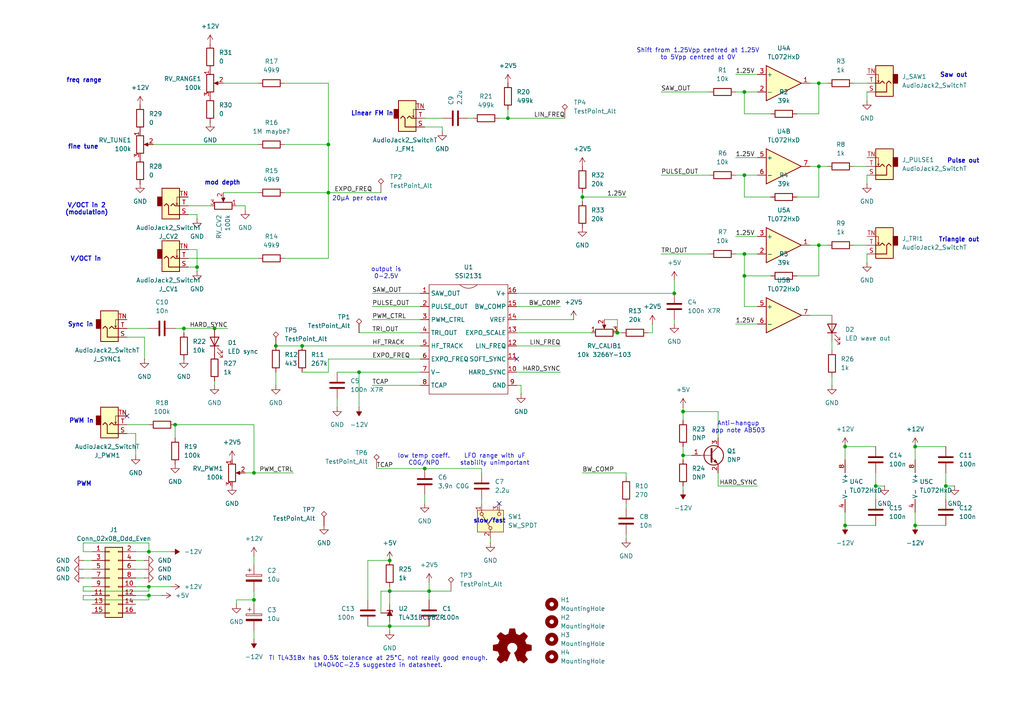
<source format=kicad_sch>
(kicad_sch (version 20250114) (generator "eeschema") (generator_version "9.0")
  (paper "A4")
  (title_block (title "SSI2131 based VCO") (company "Jonas Norling"))
  (text "slow/fast" (at 141.986 151.13 0) (effects (font (size 1.27 1.27) (thickness 0.254) (bold yes))))
  (text "mod depth" (at 64.516 53.086 0) (effects (font (size 1.27 1.27) (thickness 0.254) (bold yes))))
  (text "freq range" (at 24.384 23.368 0) (effects (font (size 1.27 1.27) (thickness 0.254) (bold yes))))
  (text "LFO range with uF\nstability unimportant" (at 143.51 133.35 0) (effects (font (size 1.27 1.27))))
  (text "Linear FM in" (at 107.95 33.02 0) (effects (font (size 1.27 1.27) (thickness 0.254) (bold yes))))
  (text "PWM in" (at 23.622 122.174 0) (effects (font (size 1.27 1.27) (thickness 0.254) (bold yes))))
  (text "20µA per octave" (at 104.394 57.658 0) (effects (font (size 1.27 1.27))))
  (text "low temp coeff.\nC0G/NP0" (at 122.936 133.35 0) (effects (font (size 1.27 1.27))))
  (text "Anti-hangup\napp note AB503" (at 214.122 123.952 0) (effects (font (size 1.27 1.27))))
  (text "V/OCT in" (at 24.892 75.184 0) (effects (font (size 1.27 1.27) (thickness 0.254) (bold yes))))
  (text "output is\n0-2.5V" (at 112.014 79.248 0) (effects (font (size 1.27 1.27))))
  (text "PWM" (at 24.384 140.462 0) (effects (font (size 1.27 1.27) (thickness 0.254) (bold yes))))
  (text "Sync in" (at 23.368 94.234 0) (effects (font (size 1.27 1.27) (thickness 0.254) (bold yes))))
  (text "TI TL431Bx has 0.5% tolerance at 25°C, not really good enough.\nLM4040C-2.5 suggested in datasheet." (at 109.728 192.024 0) (effects (font (size 1.27 1.27))))
  (text "Shift from 1.25Vpp centred at 1.25V\nto 5Vpp centred at 0V" (at 202.438 15.748 0) (effects (font (size 1.27 1.27))))
  (text "Saw out" (at 276.606 21.844 0) (effects (font (size 1.27 1.27) (thickness 0.254) (bold yes))))
  (text "Pulse out" (at 279.4 46.736 0) (effects (font (size 1.27 1.27) (thickness 0.254) (bold yes))))
  (text "V/OCT in 2\n(modulation)" (at 25.146 60.706 0) (effects (font (size 1.27 1.27) (thickness 0.254) (bold yes))))
  (text "fine tune" (at 24.13 42.672 0) (effects (font (size 1.27 1.27) (thickness 0.254) (bold yes))))
  (text "Triangle out" (at 278.13 69.596 0) (effects (font (size 1.27 1.27) (thickness 0.254) (bold yes))))
  (junction (at 43.18 160.02))
  (junction (at 215.9 80.01))
  (junction (at 43.18 170.18))
  (junction (at 73.66 173.99))
  (junction (at 274.32 140.97))
  (junction (at 62.23 95.25))
  (junction (at 254 140.97))
  (junction (at 237.49 71.12))
  (junction (at 95.25 55.88))
  (junction (at 237.49 24.13))
  (junction (at 95.25 41.91))
  (junction (at 195.58 85.09))
  (junction (at 147.32 34.29))
  (junction (at 104.14 107.95))
  (junction (at 265.43 129.54))
  (junction (at 87.63 100.33))
  (junction (at 215.9 50.8))
  (junction (at 265.43 152.4))
  (junction (at 80.01 100.33))
  (junction (at 57.15 77.47))
  (junction (at 237.49 48.26))
  (junction (at 215.9 73.66))
  (junction (at 43.18 172.72))
  (junction (at 198.12 119.38))
  (junction (at 168.91 57.15))
  (junction (at 53.34 95.25))
  (junction (at 179.07 96.52))
  (junction (at 124.46 171.45))
  (junction (at 73.66 137.16))
  (junction (at 198.12 132.08))
  (junction (at 245.11 152.4))
  (junction (at 123.19 135.89))
  (junction (at 113.03 181.61))
  (junction (at 50.8 123.19))
  (junction (at 113.03 171.45))
  (junction (at 215.9 26.67))
  (junction (at 245.11 129.54))
  (junction (at 113.03 162.56))
  (no_connect (at 144.78 146.05))
  (no_connect (at 149.86 104.14))
  (no_connect (at 36.83 120.65))
  (wire (pts (xy 106.68 181.61) (xy 113.03 181.61)))
  (wire (pts (xy 87.63 107.95) (xy 95.25 107.95)))
  (wire (pts (xy 231.14 57.15) (xy 237.49 57.15)))
  (wire (pts (xy 234.95 71.12) (xy 237.49 71.12)))
  (wire (pts (xy 24.13 173.99) (xy 43.18 173.99)))
  (wire (pts (xy 39.37 167.64) (xy 41.91 167.64)))
  (wire (pts (xy 189.23 93.98) (xy 189.23 96.52)))
  (wire (pts (xy 24.13 172.72) (xy 24.13 173.99)))
  (wire (pts (xy 231.14 80.01) (xy 237.49 80.01)))
  (wire (pts (xy 26.67 162.56) (xy 24.13 162.56)))
  (wire (pts (xy 254 140.97) (xy 256.54 140.97)))
  (wire (pts (xy 147.32 31.75) (xy 147.32 34.29)))
  (wire (pts (xy 95.25 107.95) (xy 95.25 104.14)))
  (wire (pts (xy 57.15 77.47) (xy 57.15 78.74)))
  (wire (pts (xy 208.28 137.16) (xy 208.28 140.97)))
  (wire (pts (xy 241.3 109.22) (xy 241.3 111.76)))
  (wire (pts (xy 247.65 48.26) (xy 251.46 48.26)))
  (wire (pts (xy 208.28 119.38) (xy 198.12 119.38)))
  (wire (pts (xy 181.61 146.05) (xy 181.61 147.32)))
  (wire (pts (xy 223.52 57.15) (xy 215.9 57.15)))
  (wire (pts (xy 44.45 41.91) (xy 74.93 41.91)))
  (wire (pts (xy 213.36 68.58) (xy 219.71 68.58)))
  (wire (pts (xy 39.37 125.73) (xy 39.37 132.08)))
  (wire (pts (xy 68.58 59.69) (xy 71.12 59.69)))
  (wire (pts (xy 73.66 182.88) (xy 73.66 185.42)))
  (wire (pts (xy 208.28 140.97) (xy 219.71 140.97)))
  (wire (pts (xy 62.23 95.25) (xy 66.04 95.25)))
  (wire (pts (xy 144.78 34.29) (xy 147.32 34.29)))
  (wire (pts (xy 26.67 167.64) (xy 24.13 167.64)))
  (wire (pts (xy 43.18 157.48) (xy 43.18 160.02)))
  (wire (pts (xy 215.9 80.01) (xy 215.9 73.66)))
  (wire (pts (xy 54.61 77.47) (xy 57.15 77.47)))
  (wire (pts (xy 149.86 96.52) (xy 171.45 96.52)))
  (wire (pts (xy 73.66 161.29) (xy 73.66 163.83)))
  (wire (pts (xy 104.14 107.95) (xy 104.14 118.11)))
  (wire (pts (xy 104.14 96.52) (xy 121.92 96.52)))
  (wire (pts (xy 181.61 137.16) (xy 181.61 138.43)))
  (wire (pts (xy 50.8 123.19) (xy 50.8 127)))
  (wire (pts (xy 123.19 143.51) (xy 123.19 146.05)))
  (wire (pts (xy 39.37 172.72) (xy 43.18 172.72)))
  (wire (pts (xy 82.55 55.88) (xy 95.25 55.88)))
  (wire (pts (xy 198.12 118.11) (xy 198.12 119.38)))
  (wire (pts (xy 139.7 144.78) (xy 139.7 146.05)))
  (wire (pts (xy 241.3 99.06) (xy 241.3 101.6)))
  (wire (pts (xy 123.19 34.29) (xy 128.27 34.29)))
  (wire (pts (xy 87.63 100.33) (xy 121.92 100.33)))
  (wire (pts (xy 110.49 177.8) (xy 110.49 171.45)))
  (wire (pts (xy 57.15 62.23) (xy 57.15 63.5)))
  (wire (pts (xy 139.7 135.89) (xy 139.7 137.16)))
  (wire (pts (xy 213.36 50.8) (xy 215.9 50.8)))
  (wire (pts (xy 39.37 162.56) (xy 41.91 162.56)))
  (wire (pts (xy 191.77 26.67) (xy 205.74 26.67)))
  (wire (pts (xy 237.49 80.01) (xy 237.49 71.12)))
  (wire (pts (xy 265.43 148.59) (xy 265.43 152.4)))
  (wire (pts (xy 251.46 73.66) (xy 251.46 76.2)))
  (wire (pts (xy 113.03 171.45) (xy 113.03 175.26)))
  (wire (pts (xy 147.32 34.29) (xy 163.83 34.29)))
  (wire (pts (xy 213.36 21.59) (xy 219.71 21.59)))
  (wire (pts (xy 215.9 50.8) (xy 219.71 50.8)))
  (wire (pts (xy 213.36 26.67) (xy 215.9 26.67)))
  (wire (pts (xy 57.15 72.39) (xy 57.15 77.47)))
  (wire (pts (xy 73.66 123.19) (xy 73.66 137.16)))
  (wire (pts (xy 53.34 95.25) (xy 62.23 95.25)))
  (wire (pts (xy 247.65 24.13) (xy 251.46 24.13)))
  (wire (pts (xy 231.14 33.02) (xy 237.49 33.02)))
  (wire (pts (xy 191.77 73.66) (xy 205.74 73.66)))
  (wire (pts (xy 265.43 152.4) (xy 274.32 152.4)))
  (wire (pts (xy 234.95 48.26) (xy 237.49 48.26)))
  (wire (pts (xy 215.9 73.66) (xy 219.71 73.66)))
  (wire (pts (xy 195.58 92.71) (xy 195.58 93.98)))
  (wire (pts (xy 36.83 95.25) (xy 43.18 95.25)))
  (wire (pts (xy 213.36 93.98) (xy 219.71 93.98)))
  (wire (pts (xy 149.86 85.09) (xy 195.58 85.09)))
  (wire (pts (xy 213.36 73.66) (xy 215.9 73.66)))
  (wire (pts (xy 62.23 110.49) (xy 62.23 111.76)))
  (wire (pts (xy 251.46 50.8) (xy 251.46 53.34)))
  (wire (pts (xy 109.22 135.89) (xy 123.19 135.89)))
  (wire (pts (xy 82.55 74.93) (xy 95.25 74.93)))
  (wire (pts (xy 80.01 100.33) (xy 87.63 100.33)))
  (wire (pts (xy 151.13 111.76) (xy 151.13 114.3)))
  (wire (pts (xy 274.32 140.97) (xy 276.86 140.97)))
  (wire (pts (xy 254 137.16) (xy 254 140.97)))
  (wire (pts (xy 215.9 26.67) (xy 219.71 26.67)))
  (wire (pts (xy 198.12 119.38) (xy 198.12 121.92)))
  (wire (pts (xy 175.26 92.71) (xy 179.07 92.71)))
  (wire (pts (xy 73.66 173.99) (xy 73.66 175.26)))
  (wire (pts (xy 254 140.97) (xy 254 144.78)))
  (wire (pts (xy 64.77 55.88) (xy 74.93 55.88)))
  (wire (pts (xy 265.43 129.54) (xy 265.43 133.35)))
  (wire (pts (xy 26.67 170.18) (xy 24.13 170.18)))
  (wire (pts (xy 245.11 129.54) (xy 245.11 133.35)))
  (wire (pts (xy 124.46 171.45) (xy 130.81 171.45)))
  (wire (pts (xy 36.83 125.73) (xy 39.37 125.73)))
  (wire (pts (xy 121.92 107.95) (xy 104.14 107.95)))
  (wire (pts (xy 110.49 171.45) (xy 113.03 171.45)))
  (wire (pts (xy 95.25 24.13) (xy 95.25 41.91)))
  (wire (pts (xy 195.58 81.28) (xy 195.58 85.09)))
  (wire (pts (xy 124.46 168.91) (xy 124.46 171.45)))
  (wire (pts (xy 24.13 171.45) (xy 43.18 171.45)))
  (wire (pts (xy 24.13 172.72) (xy 26.67 172.72)))
  (wire (pts (xy 181.61 154.94) (xy 181.61 156.21)))
  (wire (pts (xy 219.71 88.9) (xy 215.9 88.9)))
  (wire (pts (xy 215.9 57.15) (xy 215.9 50.8)))
  (wire (pts (xy 189.23 96.52) (xy 187.96 96.52)))
  (wire (pts (xy 73.66 137.16) (xy 85.09 137.16)))
  (wire (pts (xy 24.13 160.02) (xy 24.13 157.48)))
  (wire (pts (xy 223.52 80.01) (xy 215.9 80.01)))
  (wire (pts (xy 26.67 165.1) (xy 24.13 165.1)))
  (wire (pts (xy 43.18 171.45) (xy 43.18 170.18)))
  (wire (pts (xy 198.12 132.08) (xy 200.66 132.08)))
  (wire (pts (xy 50.8 95.25) (xy 53.34 95.25)))
  (wire (pts (xy 107.95 111.76) (xy 121.92 111.76)))
  (wire (pts (xy 234.95 91.44) (xy 241.3 91.44)))
  (wire (pts (xy 215.9 88.9) (xy 215.9 80.01)))
  (wire (pts (xy 149.86 88.9) (xy 162.56 88.9)))
  (wire (pts (xy 237.49 24.13) (xy 234.95 24.13)))
  (wire (pts (xy 24.13 160.02) (xy 26.67 160.02)))
  (wire (pts (xy 215.9 33.02) (xy 215.9 26.67)))
  (wire (pts (xy 237.49 71.12) (xy 240.03 71.12)))
  (wire (pts (xy 39.37 170.18) (xy 43.18 170.18)))
  (wire (pts (xy 24.13 170.18) (xy 24.13 171.45)))
  (wire (pts (xy 43.18 172.72) (xy 46.99 172.72)))
  (wire (pts (xy 80.01 107.95) (xy 80.01 111.76)))
  (wire (pts (xy 107.95 85.09) (xy 121.92 85.09)))
  (wire (pts (xy 43.18 173.99) (xy 43.18 172.72)))
  (wire (pts (xy 113.03 181.61) (xy 113.03 182.88)))
  (wire (pts (xy 95.25 41.91) (xy 95.25 55.88)))
  (wire (pts (xy 113.03 180.34) (xy 113.03 181.61)))
  (wire (pts (xy 168.91 137.16) (xy 181.61 137.16)))
  (wire (pts (xy 24.13 157.48) (xy 43.18 157.48)))
  (wire (pts (xy 247.65 71.12) (xy 251.46 71.12)))
  (wire (pts (xy 245.11 129.54) (xy 254 129.54)))
  (wire (pts (xy 135.89 34.29) (xy 137.16 34.29)))
  (wire (pts (xy 95.25 104.14) (xy 121.92 104.14)))
  (wire (pts (xy 198.12 133.35) (xy 198.12 132.08)))
  (wire (pts (xy 142.24 156.21) (xy 142.24 157.48)))
  (wire (pts (xy 265.43 129.54) (xy 274.32 129.54)))
  (wire (pts (xy 41.91 97.79) (xy 41.91 104.14)))
  (wire (pts (xy 64.77 24.13) (xy 74.93 24.13)))
  (wire (pts (xy 113.03 181.61) (xy 124.46 181.61)))
  (wire (pts (xy 213.36 45.72) (xy 219.71 45.72)))
  (wire (pts (xy 245.11 152.4) (xy 254 152.4)))
  (wire (pts (xy 97.79 107.95) (xy 104.14 107.95)))
  (wire (pts (xy 54.61 62.23) (xy 57.15 62.23)))
  (wire (pts (xy 124.46 171.45) (xy 113.03 171.45)))
  (wire (pts (xy 113.03 170.18) (xy 113.03 171.45)))
  (wire (pts (xy 54.61 72.39) (xy 57.15 72.39)))
  (wire (pts (xy 223.52 33.02) (xy 215.9 33.02)))
  (wire (pts (xy 124.46 173.99) (xy 124.46 171.45)))
  (wire (pts (xy 68.58 173.99) (xy 73.66 173.99)))
  (wire (pts (xy 237.49 24.13) (xy 240.03 24.13)))
  (wire (pts (xy 54.61 74.93) (xy 74.93 74.93)))
  (wire (pts (xy 71.12 137.16) (xy 73.66 137.16)))
  (wire (pts (xy 106.68 162.56) (xy 113.03 162.56)))
  (wire (pts (xy 179.07 92.71) (xy 179.07 96.52)))
  (wire (pts (xy 123.19 135.89) (xy 139.7 135.89)))
  (wire (pts (xy 39.37 165.1) (xy 41.91 165.1)))
  (wire (pts (xy 50.8 123.19) (xy 73.66 123.19)))
  (wire (pts (xy 198.12 129.54) (xy 198.12 132.08)))
  (wire (pts (xy 54.61 59.69) (xy 60.96 59.69)))
  (wire (pts (xy 149.86 100.33) (xy 162.56 100.33)))
  (wire (pts (xy 39.37 160.02) (xy 43.18 160.02)))
  (wire (pts (xy 149.86 111.76) (xy 151.13 111.76)))
  (wire (pts (xy 36.83 97.79) (xy 41.91 97.79)))
  (wire (pts (xy 36.83 123.19) (xy 43.18 123.19)))
  (wire (pts (xy 274.32 140.97) (xy 274.32 144.78)))
  (wire (pts (xy 106.68 173.99) (xy 106.68 162.56)))
  (wire (pts (xy 123.19 36.83) (xy 128.27 36.83)))
  (wire (pts (xy 168.91 57.15) (xy 181.61 57.15)))
  (wire (pts (xy 251.46 26.67) (xy 251.46 29.21)))
  (wire (pts (xy 82.55 41.91) (xy 95.25 41.91)))
  (wire (pts (xy 82.55 24.13) (xy 95.25 24.13)))
  (wire (pts (xy 245.11 148.59) (xy 245.11 152.4)))
  (wire (pts (xy 107.95 88.9) (xy 121.92 88.9)))
  (wire (pts (xy 237.49 48.26) (xy 240.03 48.26)))
  (wire (pts (xy 95.25 74.93) (xy 95.25 55.88)))
  (wire (pts (xy 97.79 115.57) (xy 97.79 118.11)))
  (wire (pts (xy 68.58 175.26) (xy 68.58 173.99)))
  (wire (pts (xy 149.86 92.71) (xy 166.37 92.71)))
  (wire (pts (xy 191.77 50.8) (xy 205.74 50.8)))
  (wire (pts (xy 43.18 160.02) (xy 49.53 160.02)))
  (wire (pts (xy 179.07 96.52) (xy 180.34 96.52)))
  (wire (pts (xy 128.27 36.83) (xy 128.27 38.1)))
  (wire (pts (xy 149.86 107.95) (xy 162.56 107.95)))
  (wire (pts (xy 71.12 59.69) (xy 71.12 60.96)))
  (wire (pts (xy 274.32 137.16) (xy 274.32 140.97)))
  (wire (pts (xy 95.25 55.88) (xy 110.49 55.88)))
  (wire (pts (xy 168.91 55.88) (xy 168.91 57.15)))
  (wire (pts (xy 107.95 92.71) (xy 121.92 92.71)))
  (wire (pts (xy 198.12 140.97) (xy 198.12 142.24)))
  (wire (pts (xy 208.28 127) (xy 208.28 119.38)))
  (wire (pts (xy 53.34 95.25) (xy 53.34 96.52)))
  (wire (pts (xy 73.66 171.45) (xy 73.66 173.99)))
  (wire (pts (xy 237.49 57.15) (xy 237.49 48.26)))
  (wire (pts (xy 237.49 33.02) (xy 237.49 24.13)))
  (wire (pts (xy 168.91 57.15) (xy 168.91 58.42)))
  (wire (pts (xy 43.18 170.18) (xy 49.53 170.18)))
  (label "SAW_OUT" (at 107.95 85.09 0))
  (label "1.25V" (at 213.36 93.98 0))
  (label "1.25V" (at 213.36 45.72 0))
  (label "EXPO_FREQ" (at 107.95 104.14 0))
  (label "HARD_SYNC" (at 162.56 107.95 180))
  (label "TRI_OUT" (at 107.95 96.52 0))
  (label "BW_COMP" (at 168.91 137.16 0))
  (label "TCAP" (at 109.22 135.89 0))
  (label "PWM_CTRL" (at 107.95 92.71 0))
  (label "HARD_SYNC" (at 219.71 140.97 180))
  (label "LIN_FREQ" (at 163.83 34.29 180))
  (label "BW_COMP" (at 162.56 88.9 180))
  (label "HF_TRACK" (at 107.95 100.33 0))
  (label "PWM_CTRL" (at 85.09 137.16 180))
  (label "1.25V" (at 181.61 57.15 180))
  (label "LIN_FREQ" (at 162.56 100.33 180))
  (label "PULSE_OUT" (at 107.95 88.9 0))
  (label "TRI_OUT" (at 191.77 73.66 0))
  (label "EXPO_FREQ" (at 107.95 55.88 180))
  (label "1.25V" (at 213.36 68.58 0))
  (label "HARD_SYNC" (at 66.04 95.25 180))
  (label "SAW_OUT" (at 191.77 26.67 0))
  (label "1.25V" (at 213.36 21.59 0))
  (label "PULSE_OUT" (at 191.77 50.8 0))
  (label "TCAP" (at 107.95 111.76 0))
  (symbol (lib_id "power:-12V") (at 245.11 152.4 180) (unit 1)
    (property "Reference" "#PWR053" (effects (hide yes)))
    (property "Value" "-12V" (at 245.11 157.48 0))
    (property "Description" "Power symbol creates a global label with name \"-12V\"" (effects (hide yes)))
  )
  (symbol (lib_id "Amplifier_Operational:TL072") (at 227.33 71.12 0) (unit 1)
    (property "Reference" "U5" (at 227.33 60.96 0))
    (property "Value" "TL072HxD" (at 227.33 63.5 0))
    (property "Footprint" "Package_SO:SOIC-8_3.9x4.9mm_P1.27mm" (effects (hide yes)))
    (property "Datasheet" "http://www.ti.com/lit/ds/symlink/tl071.pdf" (effects (hide yes)))
    (property "Description" "Dual Low-Noise JFET-Input Operational Amplifiers, DIP-8/SOIC-8" (effects (hide yes)))
  )
  (symbol (lib_id "Device:C_Polarized") (at 73.66 179.07 0) (unit 1)
    (property "Reference" "C3" (at 77.47 176.9109 0) (effects (justify left)))
    (property "Value" "10u" (at 77.47 179.4509 0) (effects (justify left)))
    (property "Footprint" "Capacitor_THT:CP_Radial_D5.0mm_P2.50mm" (effects (hide yes)))
    (property "Description" "Polarized capacitor" (effects (hide yes)))
  )
  (symbol (lib_id "power:+12V") (at 245.11 129.54 0) (unit 1)
    (property "Reference" "#PWR024" (effects (hide yes)))
    (property "Value" "+12V" (at 245.11 124.46 0))
    (property "Description" "Power symbol creates a global label with name \"+12V\"" (effects (hide yes)))
  )
  (symbol (lib_id "Connector_Audio:AudioJack2_SwitchT") (at 31.75 123.19 0) (mirror x) (unit 1)
    (property "Reference" "J_PWM1" (at 31.115 132.08 0))
    (property "Value" "AudioJack2_SwitchT" (at 31.115 129.54 0))
    (property "Footprint" "Connector_Audio:Jack_3.5mm_QingPu_WQP-PJ398SM_Vertical_CircularHoles" (effects (hide yes)))
    (property "Description" "Audio Jack, 2 Poles (Mono / TS), Switched T Pole (Normalling)" (effects (hide yes)))
  )
  (symbol (lib_id "power:+5V") (at 113.03 162.56 0) (unit 1)
    (property "Reference" "#PWR01" (effects (hide yes)))
    (property "Value" "+5V" (at 113.03 157.48 0))
    (property "Description" "Power symbol creates a global label with name \"+5V\"" (effects (hide yes)))
  )
  (symbol (lib_id "Connector:TestPoint_Alt") (at 163.83 34.29 0) (mirror y) (unit 1)
    (property "Reference" "TP4" (at 166.37 29.7179 0) (effects (justify right)))
    (property "Value" "TestPoint_Alt" (at 166.37 32.2579 0) (effects (justify right)))
    (property "Footprint" "Holes:TP_0.9mm" (effects (hide yes)))
    (property "Description" "test point (alternative shape)" (effects (hide yes)))
  )
  (symbol (lib_id "power:GND") (at 57.15 78.74 0) (unit 1)
    (property "Reference" "#PWR033" (effects (hide yes)))
    (property "Value" "GND" (at 57.15 83.82 0))
    (property "Description" "Power symbol creates a global label with name \"GND\" , ground" (effects (hide yes)))
  )
  (symbol (lib_id "power:+2V5") (at 67.31 133.35 0) (unit 1)
    (property "Reference" "#PWR039" (effects (hide yes)))
    (property "Value" "+2V5" (at 67.31 128.27 0))
    (property "Description" "Power symbol creates a global label with name \"+2V5\"" (effects (hide yes)))
  )
  (symbol (lib_id "power:-12V") (at 73.66 185.42 180) (unit 1)
    (property "Reference" "#PWR016" (effects (hide yes)))
    (property "Value" "-12V" (at 73.66 190.5 0))
    (property "Description" "Power symbol creates a global label with name \"-12V\"" (effects (hide yes)))
  )
  (symbol (lib_id "Mechanical:MountingHole") (at 160.02 175.26 0) (unit 1) (in_bom no)
    (property "Reference" "H1" (at 162.56 173.9899 0) (effects (justify left)))
    (property "Value" "MountingHole" (at 162.56 176.5299 0) (effects (justify left)))
    (property "Footprint" "MountingHole:MountingHole_3.5mm" (effects (hide yes)))
    (property "Description" "Mounting Hole without connection" (effects (hide yes)))
  )
  (symbol (lib_id "Device:R") (at 60.96 16.51 180) (unit 1)
    (property "Reference" "R31" (at 63.5 15.2399 0) (effects (justify right)))
    (property "Value" "0" (at 63.5 17.7799 0) (effects (justify right)))
    (property "Footprint" "Resistor_SMD:R_0603_1608Metric_Pad0.98x0.95mm_HandSolder" (effects (hide yes)))
    (property "Description" "Resistor" (effects (hide yes)))
  )
  (symbol (lib_id "power:GND") (at 97.79 118.11 0) (unit 1)
    (property "Reference" "#PWR020" (effects (hide yes)))
    (property "Value" "GND" (at 97.79 123.19 0))
    (property "Description" "Power symbol creates a global label with name \"GND\" , ground" (effects (hide yes)))
  )
  (symbol (lib_id "Connector_Audio:AudioJack2_SwitchT") (at 49.53 74.93 0) (mirror x) (unit 1)
    (property "Reference" "J_CV1" (at 48.895 83.82 0))
    (property "Value" "AudioJack2_SwitchT" (at 48.895 81.28 0))
    (property "Footprint" "Connector_Audio:Jack_3.5mm_QingPu_WQP-PJ398SM_Vertical_CircularHoles" (effects (hide yes)))
    (property "Description" "Audio Jack, 2 Poles (Mono / TS), Switched T Pole (Normalling)" (effects (hide yes)))
  )
  (symbol (lib_id "Device:R_Potentiometer") (at 175.26 96.52 90) (unit 1)
    (property "Reference" "RV_CALIB1" (at 175.26 100.33 90))
    (property "Value" "10k 3266Y-103" (at 175.26 102.87 90))
    (property "Footprint" "Potentiometer_THT:Potentiometer_Bourns_3266Y_Vertical" (effects (hide yes)))
    (property "Description" "Potentiometer" (effects (hide yes)))
  )
  (symbol (lib_id "Amplifier_Operational:TL072") (at 227.33 48.26 0) (unit 2)
    (property "Reference" "U4" (at 227.33 38.1 0))
    (property "Value" "TL072HxD" (at 227.33 40.64 0))
    (property "Footprint" "Package_SO:SOIC-8_3.9x4.9mm_P1.27mm" (effects (hide yes)))
    (property "Datasheet" "http://www.ti.com/lit/ds/symlink/tl071.pdf" (effects (hide yes)))
    (property "Description" "Dual Low-Noise JFET-Input Operational Amplifiers, DIP-8/SOIC-8" (effects (hide yes)))
  )
  (symbol (lib_id "Device:C") (at 195.58 88.9 0) (unit 1)
    (property "Reference" "C4" (at 199.39 87.6299 0) (effects (justify left)))
    (property "Value" "100n X7R" (at 199.39 90.1699 0) (effects (justify left)))
    (property "Footprint" "Capacitor_SMD:C_0603_1608Metric_Pad1.08x0.95mm_HandSolder" (effects (hide yes)))
    (property "Description" "Unpolarized capacitor" (effects (hide yes)))
  )
  (symbol (lib_id "Amplifier_Operational:TL072") (at 247.65 140.97 0) (unit 3)
    (property "Reference" "U4" (at 246.38 139.6999 0) (effects (justify left)))
    (property "Value" "TL072HxD" (at 246.38 142.2399 0) (effects (justify left)))
    (property "Footprint" "Package_SO:SOIC-8_3.9x4.9mm_P1.27mm" (effects (hide yes)))
    (property "Datasheet" "http://www.ti.com/lit/ds/symlink/tl071.pdf" (effects (hide yes)))
    (property "Description" "Dual Low-Noise JFET-Input Operational Amplifiers, DIP-8/SOIC-8" (effects (hide yes)))
  )
  (symbol (lib_id "power:+5V") (at 46.99 172.72 270) (unit 1)
    (property "Reference" "#PWR012" (effects (hide yes)))
    (property "Value" "+5V" (at 50.8 172.7199 90) (effects (justify left)))
    (property "Description" "Power symbol creates a global label with name \"+5V\"" (effects (hide yes)))
  )
  (symbol (lib_id "power:GND") (at 151.13 114.3 0) (unit 1)
    (property "Reference" "#PWR018" (effects (hide yes)))
    (property "Value" "GND" (at 151.13 119.38 0))
    (property "Description" "Power symbol creates a global label with name \"GND\" , ground" (effects (hide yes)))
  )
  (symbol (lib_id "power:GND") (at 41.91 165.1 90) (unit 1)
    (property "Reference" "#PWR04" (effects (hide yes)))
    (property "Value" "GND" (at 45.72 165.0999 90) (effects (justify right)))
    (property "Description" "Power symbol creates a global label with name \"GND\" , ground" (effects (hide yes)))
  )
  (symbol (lib_id "Connector_Audio:AudioJack2_SwitchT") (at 256.54 71.12 180) (unit 1)
    (property "Reference" "J_TRI1" (at 261.62 69.2149 0) (effects (justify right)))
    (property "Value" "AudioJack2_SwitchT" (at 261.62 71.7549 0) (effects (justify right)))
    (property "Footprint" "Connector_Audio:Jack_3.5mm_QingPu_WQP-PJ398SM_Vertical_CircularHoles" (effects (hide yes)))
    (property "Description" "Audio Jack, 2 Poles (Mono / TS), Switched T Pole (Normalling)" (effects (hide yes)))
  )
  (symbol (lib_id "power:GND") (at 276.86 140.97 0) (unit 1)
    (property "Reference" "#PWR052" (effects (hide yes)))
    (property "Value" "GND" (at 276.86 146.05 0))
    (property "Description" "Power symbol creates a global label with name \"GND\" , ground" (effects (hide yes)))
  )
  (symbol (lib_id "Device:R") (at 147.32 27.94 0) (unit 1)
    (property "Reference" "R20" (at 149.86 26.6699 0) (effects (justify left)))
    (property "Value" "499k" (at 149.86 29.2099 0) (effects (justify left)))
    (property "Footprint" "Resistor_SMD:R_0603_1608Metric_Pad0.98x0.95mm_HandSolder" (effects (hide yes)))
    (property "Description" "Resistor" (effects (hide yes)))
  )
  (symbol (lib_id "Transistor_BJT:BC847") (at 205.74 132.08 0) (unit 1)
    (property "Reference" "Q1" (at 210.82 130.8099 0) (effects (justify left)))
    (property "Value" "DNP" (at 210.82 133.3499 0) (effects (justify left)))
    (property "Footprint" "Package_TO_SOT_SMD:SOT-23" (effects (hide yes)))
    (property "Datasheet" "http://www.infineon.com/dgdl/Infineon-BC847SERIES_BC848SERIES_BC849SERIES_BC850SERIES-DS-v01_01-en.pdf?fileId=db3a304314dca389011541d4630a1657" (effects (hide yes)))
    (property "Description" "0.1A Ic, 45V Vce, NPN Transistor, SOT-23" (effects (hide yes)))
    (property "Sim.Device" "NPN" (effects (hide yes)))
    (property "Sim.Pins" "1=B 2=E 3=C" (effects (hide yes)))
  )
  (symbol (lib_id "Device:R") (at 227.33 57.15 270) (unit 1)
    (property "Reference" "R4" (at 227.33 50.8 90))
    (property "Value" "39k" (at 227.33 53.34 90))
    (property "Footprint" "Resistor_SMD:R_0603_1608Metric_Pad0.98x0.95mm_HandSolder" (effects (hide yes)))
    (property "Description" "Resistor" (effects (hide yes)))
  )
  (symbol (lib_id "Graphic:Logo_Open_Hardware_Small") (at 148.59 187.96 0) (unit 1) (exclude_from_sim yes) (in_bom no) (on_board no)
    (property "Reference" "#SYM1" (effects (hide yes)))
    (property "Value" "Logo_Open_Hardware_Small" (effects (hide yes)))
    (property "Footprint" "Symbol:OSHW-Logo2_7.3x6mm_SilkScreen" (effects (hide yes)))
    (property "Description" "Open Hardware logo, small" (effects (hide yes)))
  )
  (symbol (lib_id "Device:R") (at 198.12 137.16 0) (unit 1)
    (property "Reference" "R24" (at 200.66 135.8899 0) (effects (justify left)))
    (property "Value" "DNP" (at 200.66 138.4299 0) (effects (justify left)))
    (property "Footprint" "Resistor_SMD:R_0603_1608Metric_Pad0.98x0.95mm_HandSolder" (effects (hide yes)))
    (property "Description" "Resistor" (effects (hide yes)))
  )
  (symbol (lib_id "Device:R") (at 198.12 125.73 0) (unit 1)
    (property "Reference" "R23" (at 200.66 124.4599 0) (effects (justify left)))
    (property "Value" "DNP" (at 200.66 126.9999 0) (effects (justify left)))
    (property "Footprint" "Resistor_SMD:R_0603_1608Metric_Pad0.98x0.95mm_HandSolder" (effects (hide yes)))
    (property "Description" "Resistor" (effects (hide yes)))
  )
  (symbol (lib_id "power:GND") (at 241.3 111.76 0) (unit 1)
    (property "Reference" "#PWR049" (effects (hide yes)))
    (property "Value" "GND" (at 241.3 116.84 0))
    (property "Description" "Power symbol creates a global label with name \"GND\" , ground" (effects (hide yes)))
  )
  (symbol (lib_id "power:+12V") (at 60.96 12.7 0) (unit 1)
    (property "Reference" "#PWR038" (effects (hide yes)))
    (property "Value" "+12V" (at 60.96 7.62 0))
    (property "Description" "Power symbol creates a global label with name \"+12V\"" (effects (hide yes)))
  )
  (symbol (lib_id "power:GND") (at 53.34 104.14 0) (unit 1)
    (property "Reference" "#PWR046" (effects (hide yes)))
    (property "Value" "GND" (at 53.34 109.22 0))
    (property "Description" "Power symbol creates a global label with name \"GND\" , ground" (effects (hide yes)))
  )
  (symbol (lib_id "power:-12V") (at 49.53 160.02 270) (unit 1)
    (property "Reference" "#PWR02" (effects (hide yes)))
    (property "Value" "-12V" (at 53.34 160.0199 90) (effects (justify left)))
    (property "Description" "Power symbol creates a global label with name \"-12V\"" (effects (hide yes)))
  )
  (symbol (lib_id "Device:C") (at 46.99 95.25 90) (unit 1)
    (property "Reference" "C10" (at 46.99 87.63 90))
    (property "Value" "10n" (at 46.99 90.17 90))
    (property "Footprint" "Capacitor_SMD:C_0603_1608Metric_Pad1.08x0.95mm_HandSolder" (effects (hide yes)))
    (property "Description" "Unpolarized capacitor" (effects (hide yes)))
  )
  (symbol (lib_id "Reference_Voltage:TL431DBZ") (at 113.03 177.8 90) (unit 1)
    (property "Reference" "U2" (at 115.57 176.5299 90) (effects (justify right)))
    (property "Value" "TL431BCDBZR" (at 115.57 179.0699 90) (effects (justify right)))
    (property "Footprint" "Package_TO_SOT_SMD:SOT-23" (effects (hide yes)))
    (property "Datasheet" "http://www.ti.com/lit/ds/symlink/tl431.pdf" (effects (hide yes)))
    (property "Description" "Shunt Regulator, SOT-23" (effects (hide yes)))
  )
  (symbol (lib_id "power:GND") (at 50.8 134.62 0) (unit 1)
    (property "Reference" "#PWR042" (effects (hide yes)))
    (property "Value" "GND" (at 50.8 139.7 0))
    (property "Description" "Power symbol creates a global label with name \"GND\" , ground" (effects (hide yes)))
  )
  (symbol (lib_id "power:GND") (at 256.54 140.97 0) (unit 1)
    (property "Reference" "#PWR054" (effects (hide yes)))
    (property "Value" "GND" (at 256.54 146.05 0))
    (property "Description" "Power symbol creates a global label with name \"GND\" , ground" (effects (hide yes)))
  )
  (symbol (lib_id "Device:R") (at 243.84 24.13 270) (unit 1)
    (property "Reference" "R3" (at 243.84 17.78 90))
    (property "Value" "1k" (at 243.84 20.32 90))
    (property "Footprint" "Resistor_SMD:R_0603_1608Metric_Pad0.98x0.95mm_HandSolder" (effects (hide yes)))
    (property "Description" "Resistor" (effects (hide yes)))
  )
  (symbol (lib_id "Device:R") (at 113.03 166.37 180) (unit 1)
    (property "Reference" "R25" (at 115.57 165.0999 0) (effects (justify right)))
    (property "Value" "1k" (at 115.57 167.6399 0) (effects (justify right)))
    (property "Footprint" "Resistor_SMD:R_0603_1608Metric_Pad0.98x0.95mm_HandSolder" (effects (hide yes)))
    (property "Description" "Resistor" (effects (hide yes)))
  )
  (symbol (lib_id "Mechanical:MountingHole") (at 160.02 190.5 0) (unit 1) (in_bom no)
    (property "Reference" "H4" (at 162.56 189.2299 0) (effects (justify left)))
    (property "Value" "MountingHole" (at 162.56 191.7699 0) (effects (justify left)))
    (property "Footprint" "MountingHole:MountingHole_3.5mm" (effects (hide yes)))
    (property "Description" "Mounting Hole without connection" (effects (hide yes)))
  )
  (symbol (lib_id "Connector:TestPoint_Alt") (at 110.49 55.88 0) (mirror y) (unit 1)
    (property "Reference" "TP2" (at 113.03 51.3079 0) (effects (justify right)))
    (property "Value" "TestPoint_Alt" (at 113.03 53.8479 0) (effects (justify right)))
    (property "Footprint" "Holes:TP_0.9mm" (effects (hide yes)))
    (property "Description" "test point (alternative shape)" (effects (hide yes)))
  )
  (symbol (lib_id "Mechanical:MountingHole") (at 160.02 180.34 0) (unit 1) (in_bom no)
    (property "Reference" "H2" (at 162.56 179.0699 0) (effects (justify left)))
    (property "Value" "MountingHole" (at 162.56 181.6099 0) (effects (justify left)))
    (property "Footprint" "MountingHole:MountingHole_3.5mm" (effects (hide yes)))
    (property "Description" "Mounting Hole without connection" (effects (hide yes)))
  )
  (symbol (lib_id "Device:R") (at 243.84 71.12 270) (unit 1)
    (property "Reference" "R9" (at 243.84 64.77 90))
    (property "Value" "1k" (at 243.84 67.31 90))
    (property "Footprint" "Resistor_SMD:R_0603_1608Metric_Pad0.98x0.95mm_HandSolder" (effects (hide yes)))
    (property "Description" "Resistor" (effects (hide yes)))
  )
  (symbol (lib_id "power:+12V") (at 265.43 129.54 0) (unit 1)
    (property "Reference" "#PWR051" (effects (hide yes)))
    (property "Value" "+12V" (at 265.43 124.46 0))
    (property "Description" "Power symbol creates a global label with name \"+12V\"" (effects (hide yes)))
  )
  (symbol (lib_id "power:-12V") (at 265.43 152.4 180) (unit 1)
    (property "Reference" "#PWR050" (effects (hide yes)))
    (property "Value" "-12V" (at 265.43 157.48 0))
    (property "Description" "Power symbol creates a global label with name \"-12V\"" (effects (hide yes)))
  )
  (symbol (lib_id "Device:C") (at 132.08 34.29 90) (unit 1)
    (property "Reference" "C9" (at 130.8099 30.48 0) (effects (justify left)))
    (property "Value" "2.2u" (at 133.3499 30.48 0) (effects (justify left)))
    (property "Footprint" "Capacitor_SMD:C_0805_2012Metric_Pad1.18x1.45mm_HandSolder" (effects (hide yes)))
    (property "Description" "Unpolarized capacitor" (effects (hide yes)))
  )
  (symbol (lib_id "Switch:SW_SPDT") (at 142.24 151.13 90) (unit 1)
    (property "Reference" "SW1" (at 147.32 149.8599 90) (effects (justify right)))
    (property "Value" "SW_SPDT" (at 147.32 152.3999 90) (effects (justify right)))
    (property "Footprint" "Switch:SPDT big pads" (effects (hide yes)))
    (property "Description" "Switch, single pole double throw" (effects (hide yes)))
  )
  (symbol (lib_id "Device:C") (at 181.61 151.13 0) (unit 1)
    (property "Reference" "C8" (at 185.42 149.8599 0) (effects (justify left)))
    (property "Value" "10n" (at 185.42 152.3999 0) (effects (justify left)))
    (property "Footprint" "Capacitor_SMD:C_0603_1608Metric_Pad1.08x0.95mm_HandSolder" (effects (hide yes)))
    (property "Description" "Unpolarized capacitor" (effects (hide yes)))
  )
  (symbol (lib_id "Amplifier_Operational:TL072") (at 227.33 24.13 0) (unit 1)
    (property "Reference" "U4" (at 227.33 13.97 0))
    (property "Value" "TL072HxD" (at 227.33 16.51 0))
    (property "Footprint" "Package_SO:SOIC-8_3.9x4.9mm_P1.27mm" (effects (hide yes)))
    (property "Datasheet" "http://www.ti.com/lit/ds/symlink/tl071.pdf" (effects (hide yes)))
    (property "Description" "Dual Low-Noise JFET-Input Operational Amplifiers, DIP-8/SOIC-8" (effects (hide yes)))
  )
  (symbol (lib_id "power:GND") (at 168.91 66.04 0) (unit 1)
    (property "Reference" "#PWR056" (effects (hide yes)))
    (property "Value" "GND" (at 168.91 71.12 0))
    (property "Description" "Power symbol creates a global label with name \"GND\" , ground" (effects (hide yes)))
  )
  (symbol (lib_id "power:-12V") (at 198.12 142.24 180) (unit 1)
    (property "Reference" "#PWR048" (effects (hide yes)))
    (property "Value" "-12V" (at 198.12 147.32 0))
    (property "Description" "Power symbol creates a global label with name \"-12V\"" (effects (hide yes)))
  )
  (symbol (lib_id "power:GND") (at 40.64 53.34 0) (unit 1)
    (property "Reference" "#PWR035" (effects (hide yes)))
    (property "Value" "GND" (at 40.64 58.42 0))
    (property "Description" "Power symbol creates a global label with name \"GND\" , ground" (effects (hide yes)))
  )
  (symbol (lib_id "Device:R") (at 78.74 24.13 90) (unit 1)
    (property "Reference" "R17" (at 78.74 17.78 90))
    (property "Value" "49k9" (at 78.74 20.32 90))
    (property "Footprint" "Resistor_SMD:R_0603_1608Metric_Pad0.98x0.95mm_HandSolder" (effects (hide yes)))
    (property "Description" "Resistor" (effects (hide yes)))
  )
  (symbol (lib_id "power:GND") (at 93.98 152.4 0) (unit 1)
    (property "Reference" "#PWR057" (effects (hide yes)))
    (property "Value" "GND" (at 93.98 157.48 0))
    (property "Description" "Power symbol creates a global label with name \"GND\" , ground" (effects (hide yes)))
  )
  (symbol (lib_id "Device:R_Potentiometer") (at 40.64 41.91 0) (unit 1)
    (property "Reference" "RV_TUNE1" (at 38.1 40.6399 0) (effects (justify right)))
    (property "Value" "100k" (at 38.1 43.1799 0) (effects (justify right)))
    (property "Footprint" "Pot:RV9012NO" (effects (hide yes)))
    (property "Description" "Potentiometer" (effects (hide yes)))
  )
  (symbol (lib_id "Device:R") (at 78.74 55.88 90) (unit 1)
    (property "Reference" "R15" (at 78.74 49.53 90))
    (property "Value" "49k9" (at 78.74 52.07 90))
    (property "Footprint" "Resistor_SMD:R_0603_1608Metric_Pad0.98x0.95mm_HandSolder" (effects (hide yes)))
    (property "Description" "Resistor" (effects (hide yes)))
  )
  (symbol (lib_id "power:+5V") (at 198.12 118.11 0) (unit 1)
    (property "Reference" "#PWR047" (effects (hide yes)))
    (property "Value" "+5V" (at 198.12 113.03 0))
    (property "Description" "Power symbol creates a global label with name \"+5V\"" (effects (hide yes)))
  )
  (symbol (lib_id "Device:R") (at 209.55 73.66 270) (unit 1)
    (property "Reference" "R7" (at 209.55 67.31 90))
    (property "Value" "10k" (at 209.55 69.85 90))
    (property "Footprint" "Resistor_SMD:R_0603_1608Metric_Pad0.98x0.95mm_HandSolder" (effects (hide yes)))
    (property "Description" "Resistor" (effects (hide yes)))
  )
  (symbol (lib_id "Device:C") (at 124.46 177.8 0) (unit 1)
    (property "Reference" "C1" (at 128.27 176.5299 0) (effects (justify left)))
    (property "Value" "100n" (at 128.27 179.0699 0) (effects (justify left)))
    (property "Footprint" "Capacitor_SMD:C_0603_1608Metric_Pad1.08x0.95mm_HandSolder" (effects (hide yes)))
    (property "Description" "Unpolarized capacitor" (effects (hide yes)))
  )
  (symbol (lib_id "Device:C") (at 139.7 140.97 0) (unit 1)
    (property "Reference" "C7" (at 143.51 139.6999 0) (effects (justify left)))
    (property "Value" "2.2u" (at 143.51 142.2399 0) (effects (justify left)))
    (property "Footprint" "Capacitor_SMD:C_0805_2012Metric_Pad1.18x1.45mm_HandSolder" (effects (hide yes)))
    (property "Description" "Unpolarized capacitor" (effects (hide yes)))
  )
  (symbol (lib_id "power:GND") (at 80.01 111.76 0) (unit 1)
    (property "Reference" "#PWR030" (effects (hide yes)))
    (property "Value" "GND" (at 80.01 116.84 0))
    (property "Description" "Power symbol creates a global label with name \"GND\" , ground" (effects (hide yes)))
  )
  (symbol (lib_id "Device:R") (at 227.33 80.01 270) (unit 1)
    (property "Reference" "R5" (at 227.33 73.66 90))
    (property "Value" "39k" (at 227.33 76.2 90))
    (property "Footprint" "Resistor_SMD:R_0603_1608Metric_Pad0.98x0.95mm_HandSolder" (effects (hide yes)))
    (property "Description" "Resistor" (effects (hide yes)))
  )
  (symbol (lib_id "power:+2V5") (at 147.32 24.13 0) (unit 1)
    (property "Reference" "#PWR043" (effects (hide yes)))
    (property "Value" "+2V5" (at 147.32 19.05 0))
    (property "Description" "Power symbol creates a global label with name \"+2V5\"" (effects (hide yes)))
  )
  (symbol (lib_id "ssi:SSI2131") (at 135.89 97.79 0) (unit 1)
    (property "Reference" "U1" (at 135.89 77.47 0))
    (property "Value" "SSI2131" (at 135.89 80.01 0))
    (property "Footprint" "Package_SO:STC_SOP-16_3.9x9.9mm_P1.27mm" (effects (hide yes)))
    (property "Datasheet" "https://www.soundsemiconductor.com/downloads/ssi2131datasheet.pdf" (effects (hide yes)))
    (property "Description" "Sound Semiconductor VCO" (effects (hide yes)))
  )
  (symbol (lib_id "Connector_Audio:AudioJack2_SwitchT") (at 49.53 59.69 0) (mirror x) (unit 1)
    (property "Reference" "J_CV2" (at 48.895 68.58 0))
    (property "Value" "AudioJack2_SwitchT" (at 48.895 66.04 0))
    (property "Footprint" "Connector_Audio:Jack_3.5mm_QingPu_WQP-PJ398SM_Vertical_CircularHoles" (effects (hide yes)))
    (property "Description" "Audio Jack, 2 Poles (Mono / TS), Switched T Pole (Normalling)" (effects (hide yes)))
  )
  (symbol (lib_id "Connector_Generic:Conn_02x08_Odd_Even") (at 31.75 167.64 0) (unit 1)
    (property "Reference" "J1" (at 33.02 153.67 0))
    (property "Value" "Conn_02x08_Odd_Even" (at 33.02 156.21 0))
    (property "Footprint" "Connector_IDC:IDC-Header_2x08_P2.54mm_Vertical" (effects (hide yes)))
    (property "Description" "Generic connector, double row, 02x08, odd/even pin numbering scheme (row 1 odd numbers, row 2 even numbers), script generated (kicad-library-utils/schlib/autogen/connector/)" (effects (hide yes)))
  )
  (symbol (lib_id "Device:R") (at 80.01 104.14 0) (unit 1)
    (property "Reference" "R12" (at 82.55 102.8699 0) (effects (justify left)))
    (property "Value" "4k3" (at 82.55 105.4099 0) (effects (justify left)))
    (property "Footprint" "Resistor_SMD:R_0603_1608Metric_Pad0.98x0.95mm_HandSolder" (effects (hide yes)))
    (property "Description" "Resistor" (effects (hide yes)))
  )
  (symbol (lib_id "power:+12V") (at 40.64 30.48 0) (unit 1)
    (property "Reference" "#PWR036" (effects (hide yes)))
    (property "Value" "+12V" (at 40.64 25.4 0))
    (property "Description" "Power symbol creates a global label with name \"+12V\"" (effects (hide yes)))
  )
  (symbol (lib_id "Connector:TestPoint_Alt") (at 80.01 100.33 0) (mirror y) (unit 1)
    (property "Reference" "TP5" (at 82.55 95.7579 0) (effects (justify right)))
    (property "Value" "TestPoint_Alt" (at 82.55 98.2979 0) (effects (justify right)))
    (property "Footprint" "Holes:TP_0.9mm" (effects (hide yes)))
    (property "Description" "test point (alternative shape)" (effects (hide yes)))
  )
  (symbol (lib_id "power:+2V5") (at 168.91 48.26 0) (unit 1)
    (property "Reference" "#PWR055" (effects (hide yes)))
    (property "Value" "+2V5" (at 168.91 43.18 0))
    (property "Description" "Power symbol creates a global label with name \"+2V5\"" (effects (hide yes)))
  )
  (symbol (lib_id "power:GND") (at 39.37 132.08 0) (unit 1)
    (property "Reference" "#PWR041" (effects (hide yes)))
    (property "Value" "GND" (at 39.37 137.16 0))
    (property "Description" "Power symbol creates a global label with name \"GND\" , ground" (effects (hide yes)))
  )
  (symbol (lib_id "power:+12V") (at 73.66 161.29 0) (unit 1)
    (property "Reference" "#PWR013" (effects (hide yes)))
    (property "Value" "+12V" (at 73.66 156.21 0))
    (property "Description" "Power symbol creates a global label with name \"+12V\"" (effects (hide yes)))
  )
  (symbol (lib_id "Device:R") (at 78.74 74.93 90) (unit 1)
    (property "Reference" "R14" (at 78.74 68.58 90))
    (property "Value" "49k9" (at 78.74 71.12 90))
    (property "Footprint" "Resistor_SMD:R_0603_1608Metric_Pad0.98x0.95mm_HandSolder" (effects (hide yes)))
    (property "Description" "Resistor" (effects (hide yes)))
  )
  (symbol (lib_id "Device:R") (at 140.97 34.29 90) (unit 1)
    (property "Reference" "R21" (at 140.97 27.94 90))
    (property "Value" "499k" (at 140.97 30.48 90))
    (property "Footprint" "Resistor_SMD:R_0603_1608Metric_Pad0.98x0.95mm_HandSolder" (effects (hide yes)))
    (property "Description" "Resistor" (effects (hide yes)))
  )
  (symbol (lib_id "Connector:TestPoint_Alt") (at 93.98 152.4 0) (unit 1)
    (property "Reference" "TP7" (at 91.44 147.8279 0) (effects (justify right)))
    (property "Value" "TestPoint_Alt" (at 91.44 150.3679 0) (effects (justify right)))
    (property "Footprint" "Holes:TP_0.9mm" (effects (hide yes)))
    (property "Description" "test point (alternative shape)" (effects (hide yes)))
  )
  (symbol (lib_id "Device:C") (at 274.32 148.59 0) (unit 1)
    (property "Reference" "C12" (at 278.13 147.3199 0) (effects (justify left)))
    (property "Value" "100n" (at 278.13 149.8599 0) (effects (justify left)))
    (property "Footprint" "Capacitor_SMD:C_0603_1608Metric_Pad1.08x0.95mm_HandSolder" (effects (hide yes)))
    (property "Description" "Unpolarized capacitor" (effects (hide yes)))
  )
  (symbol (lib_id "Device:R") (at 60.96 31.75 180) (unit 1)
    (property "Reference" "R30" (at 63.5 30.4799 0) (effects (justify right)))
    (property "Value" "0" (at 63.5 33.0199 0) (effects (justify right)))
    (property "Footprint" "Resistor_SMD:R_0603_1608Metric_Pad0.98x0.95mm_HandSolder" (effects (hide yes)))
    (property "Description" "Resistor" (effects (hide yes)))
  )
  (symbol (lib_id "power:GND") (at 128.27 38.1 0) (unit 1)
    (property "Reference" "#PWR044" (effects (hide yes)))
    (property "Value" "GND" (at 128.27 43.18 0))
    (property "Description" "Power symbol creates a global label with name \"GND\" , ground" (effects (hide yes)))
  )
  (symbol (lib_id "power:GND") (at 71.12 60.96 0) (unit 1)
    (property "Reference" "#PWR032" (effects (hide yes)))
    (property "Value" "GND" (at 71.12 66.04 0))
    (property "Description" "Power symbol creates a global label with name \"GND\" , ground" (effects (hide yes)))
  )
  (symbol (lib_id "power:+2V5") (at 124.46 168.91 0) (unit 1)
    (property "Reference" "#PWR011" (effects (hide yes)))
    (property "Value" "+2V5" (at 124.46 163.83 0))
    (property "Description" "Power symbol creates a global label with name \"+2V5\"" (effects (hide yes)))
  )
  (symbol (lib_id "Device:R") (at 243.84 48.26 270) (unit 1)
    (property "Reference" "R8" (at 243.84 41.91 90))
    (property "Value" "1k" (at 243.84 44.45 90))
    (property "Footprint" "Resistor_SMD:R_0603_1608Metric_Pad0.98x0.95mm_HandSolder" (effects (hide yes)))
    (property "Description" "Resistor" (effects (hide yes)))
  )
  (symbol (lib_id "Amplifier_Operational:TL072") (at 227.33 91.44 0) (unit 2)
    (property "Reference" "U5" (at 227.33 81.28 0))
    (property "Value" "TL072HxD" (at 227.33 83.82 0))
    (property "Footprint" "Package_SO:SOIC-8_3.9x4.9mm_P1.27mm" (effects (hide yes)))
    (property "Datasheet" "http://www.ti.com/lit/ds/symlink/tl071.pdf" (effects (hide yes)))
    (property "Description" "Dual Low-Noise JFET-Input Operational Amplifiers, DIP-8/SOIC-8" (effects (hide yes)))
  )
  (symbol (lib_id "Connector_Audio:AudioJack2_SwitchT") (at 31.75 95.25 0) (mirror x) (unit 1)
    (property "Reference" "J_SYNC1" (at 31.115 104.14 0))
    (property "Value" "AudioJack2_SwitchT" (at 31.115 101.6 0))
    (property "Footprint" "Connector_Audio:Jack_3.5mm_QingPu_WQP-PJ398SM_Vertical_CircularHoles" (effects (hide yes)))
    (property "Description" "Audio Jack, 2 Poles (Mono / TS), Switched T Pole (Normalling)" (effects (hide yes)))
  )
  (symbol (lib_id "Device:LED") (at 62.23 99.06 90) (unit 1)
    (property "Reference" "D1" (at 66.04 99.3774 90) (effects (justify right)))
    (property "Value" "LED sync" (at 66.04 101.9174 90) (effects (justify right)))
    (property "Footprint" "LED_THT:LED_D3.0mm" (effects (hide yes)))
    (property "Description" "Light emitting diode" (effects (hide yes)))
    (property "Sim.Pins" "1=K 2=A" (effects (hide yes)))
  )
  (symbol (lib_id "power:+2V5") (at 189.23 93.98 0) (unit 1)
    (property "Reference" "#PWR031" (effects (hide yes)))
    (property "Value" "+2V5" (at 189.23 88.9 0))
    (property "Description" "Power symbol creates a global label with name \"+2V5\"" (effects (hide yes)))
  )
  (symbol (lib_id "Device:C") (at 254 133.35 0) (unit 1)
    (property "Reference" "C14" (at 257.81 132.0799 0) (effects (justify left)))
    (property "Value" "100n" (at 257.81 134.6199 0) (effects (justify left)))
    (property "Footprint" "Capacitor_SMD:C_0603_1608Metric_Pad1.08x0.95mm_HandSolder" (effects (hide yes)))
    (property "Description" "Unpolarized capacitor" (effects (hide yes)))
  )
  (symbol (lib_id "Connector:TestPoint_Alt") (at 130.81 171.45 0) (mirror y) (unit 1)
    (property "Reference" "TP3" (at 133.35 166.8779 0) (effects (justify right)))
    (property "Value" "TestPoint_Alt" (at 133.35 169.4179 0) (effects (justify right)))
    (property "Footprint" "Holes:TP_0.9mm" (effects (hide yes)))
    (property "Description" "test point (alternative shape)" (effects (hide yes)))
  )
  (symbol (lib_id "Amplifier_Operational:TL072") (at 267.97 140.97 0) (unit 3)
    (property "Reference" "U5" (at 266.7 139.6999 0) (effects (justify left)))
    (property "Value" "TL072HxD" (at 266.7 142.2399 0) (effects (justify left)))
    (property "Footprint" "Package_SO:SOIC-8_3.9x4.9mm_P1.27mm" (effects (hide yes)))
    (property "Datasheet" "http://www.ti.com/lit/ds/symlink/tl071.pdf" (effects (hide yes)))
    (property "Description" "Dual Low-Noise JFET-Input Operational Amplifiers, DIP-8/SOIC-8" (effects (hide yes)))
  )
  (symbol (lib_id "power:GND") (at 60.96 35.56 0) (unit 1)
    (property "Reference" "#PWR037" (effects (hide yes)))
    (property "Value" "GND" (at 60.96 40.64 0))
    (property "Description" "Power symbol creates a global label with name \"GND\" , ground" (effects (hide yes)))
  )
  (symbol (lib_id "power:+5V") (at 195.58 81.28 0) (unit 1)
    (property "Reference" "#PWR014" (effects (hide yes)))
    (property "Value" "+5V" (at 195.58 76.2 0))
    (property "Description" "Power symbol creates a global label with name \"+5V\"" (effects (hide yes)))
  )
  (symbol (lib_id "power:GND") (at 24.13 162.56 270) (unit 1)
    (property "Reference" "#PWR06" (effects (hide yes)))
    (property "Value" "GND" (at 20.32 162.5601 90) (effects (justify right)))
    (property "Description" "Power symbol creates a global label with name \"GND\" , ground" (effects (hide yes)))
  )
  (symbol (lib_id "power:GND") (at 62.23 111.76 0) (unit 1)
    (property "Reference" "#PWR023" (effects (hide yes)))
    (property "Value" "GND" (at 62.23 116.84 0))
    (property "Description" "Power symbol creates a global label with name \"GND\" , ground" (effects (hide yes)))
  )
  (symbol (lib_id "power:GND") (at 68.58 175.26 0) (unit 1)
    (property "Reference" "#PWR015" (effects (hide yes)))
    (property "Value" "GND" (at 68.58 180.34 0))
    (property "Description" "Power symbol creates a global label with name \"GND\" , ground" (effects (hide yes)))
  )
  (symbol (lib_id "Device:C_Polarized") (at 73.66 167.64 0) (unit 1)
    (property "Reference" "C2" (at 77.47 165.4809 0) (effects (justify left)))
    (property "Value" "10u" (at 77.47 168.0209 0) (effects (justify left)))
    (property "Footprint" "Capacitor_THT:CP_Radial_D5.0mm_P2.50mm" (effects (hide yes)))
    (property "Description" "Polarized capacitor" (effects (hide yes)))
  )
  (symbol (lib_id "power:GND") (at 251.46 29.21 0) (unit 1)
    (property "Reference" "#PWR027" (effects (hide yes)))
    (property "Value" "GND" (at 251.46 34.29 0))
    (property "Description" "Power symbol creates a global label with name \"GND\" , ground" (effects (hide yes)))
  )
  (symbol (lib_id "Device:C") (at 274.32 133.35 0) (unit 1)
    (property "Reference" "C11" (at 278.13 132.0799 0) (effects (justify left)))
    (property "Value" "100n" (at 278.13 134.6199 0) (effects (justify left)))
    (property "Footprint" "Capacitor_SMD:C_0603_1608Metric_Pad1.08x0.95mm_HandSolder" (effects (hide yes)))
    (property "Description" "Unpolarized capacitor" (effects (hide yes)))
  )
  (symbol (lib_id "Device:R") (at 209.55 50.8 270) (unit 1)
    (property "Reference" "R6" (at 209.55 44.45 90))
    (property "Value" "10k" (at 209.55 46.99 90))
    (property "Footprint" "Resistor_SMD:R_0603_1608Metric_Pad0.98x0.95mm_HandSolder" (effects (hide yes)))
    (property "Description" "Resistor" (effects (hide yes)))
  )
  (symbol (lib_id "Connector_Audio:AudioJack2_SwitchT") (at 118.11 34.29 0) (mirror x) (unit 1)
    (property "Reference" "J_FM1" (at 117.475 43.18 0))
    (property "Value" "AudioJack2_SwitchT" (at 117.475 40.64 0))
    (property "Footprint" "Connector_Audio:Jack_3.5mm_QingPu_WQP-PJ398SM_Vertical_CircularHoles" (effects (hide yes)))
    (property "Description" "Audio Jack, 2 Poles (Mono / TS), Switched T Pole (Normalling)" (effects (hide yes)))
  )
  (symbol (lib_id "Device:C") (at 106.68 177.8 0) (mirror x) (unit 1)
    (property "Reference" "C13" (at 102.87 176.5299 0) (effects (justify right)))
    (property "Value" "100n" (at 102.87 179.0699 0) (effects (justify right)))
    (property "Footprint" "Capacitor_SMD:C_0603_1608Metric_Pad1.08x0.95mm_HandSolder" (effects (hide yes)))
    (property "Description" "Unpolarized capacitor" (effects (hide yes)))
  )
  (symbol (lib_id "power:-12V") (at 104.14 118.11 180) (unit 1)
    (property "Reference" "#PWR019" (effects (hide yes)))
    (property "Value" "-12V" (at 104.14 123.19 0))
    (property "Description" "Power symbol creates a global label with name \"-12V\"" (effects (hide yes)))
  )
  (symbol (lib_id "power:GND") (at 41.91 104.14 0) (unit 1)
    (property "Reference" "#PWR045" (effects (hide yes)))
    (property "Value" "GND" (at 41.91 109.22 0))
    (property "Description" "Power symbol creates a global label with name \"GND\" , ground" (effects (hide yes)))
  )
  (symbol (lib_id "power:GND") (at 24.13 165.1 270) (unit 1)
    (property "Reference" "#PWR07" (effects (hide yes)))
    (property "Value" "GND" (at 20.32 165.1001 90) (effects (justify right)))
    (property "Description" "Power symbol creates a global label with name \"GND\" , ground" (effects (hide yes)))
  )
  (symbol (lib_id "Connector_Audio:AudioJack2_SwitchT") (at 256.54 24.13 180) (unit 1)
    (property "Reference" "J_SAW1" (at 261.62 22.2249 0) (effects (justify right)))
    (property "Value" "AudioJack2_SwitchT" (at 261.62 24.7649 0) (effects (justify right)))
    (property "Footprint" "Connector_Audio:Jack_3.5mm_QingPu_WQP-PJ398SM_Vertical_CircularHoles" (effects (hide yes)))
    (property "Description" "Audio Jack, 2 Poles (Mono / TS), Switched T Pole (Normalling)" (effects (hide yes)))
  )
  (symbol (lib_id "Device:C") (at 97.79 111.76 0) (unit 1)
    (property "Reference" "C5" (at 101.6 110.4899 0) (effects (justify left)))
    (property "Value" "100n X7R" (at 101.6 113.0299 0) (effects (justify left)))
    (property "Footprint" "Capacitor_SMD:C_0603_1608Metric_Pad1.08x0.95mm_HandSolder" (effects (hide yes)))
    (property "Description" "Unpolarized capacitor" (effects (hide yes)))
  )
  (symbol (lib_id "power:GND") (at 113.03 182.88 0) (unit 1)
    (property "Reference" "#PWR010" (effects (hide yes)))
    (property "Value" "GND" (at 113.03 187.96 0))
    (property "Description" "Power symbol creates a global label with name \"GND\" , ground" (effects (hide yes)))
  )
  (symbol (lib_id "Device:R") (at 62.23 106.68 0) (unit 1)
    (property "Reference" "R27" (at 64.77 105.4099 0) (effects (justify left)))
    (property "Value" "1k" (at 64.77 107.9499 0) (effects (justify left)))
    (property "Footprint" "Resistor_SMD:R_0603_1608Metric_Pad0.98x0.95mm_HandSolder" (effects (hide yes)))
    (property "Description" "Resistor" (effects (hide yes)))
  )
  (symbol (lib_id "power:GND") (at 195.58 93.98 0) (unit 1)
    (property "Reference" "#PWR017" (effects (hide yes)))
    (property "Value" "GND" (at 195.58 99.06 0))
    (property "Description" "Power symbol creates a global label with name \"GND\" , ground" (effects (hide yes)))
  )
  (symbol (lib_id "Device:R_Potentiometer") (at 64.77 59.69 270) (mirror x) (unit 1)
    (property "Reference" "RV_CV2" (at 63.4999 62.23 0) (effects (justify right)))
    (property "Value" "100k" (at 66.0399 62.23 0) (effects (justify right)))
    (property "Footprint" "Pot:RV9012NO" (effects (hide yes)))
    (property "Description" "Potentiometer" (effects (hide yes)))
  )
  (symbol (lib_id "power:GND") (at 123.19 146.05 0) (unit 1)
    (property "Reference" "#PWR022" (effects (hide yes)))
    (property "Value" "GND" (at 123.19 151.13 0))
    (property "Description" "Power symbol creates a global label with name \"GND\" , ground" (effects (hide yes)))
  )
  (symbol (lib_id "Device:R") (at 40.64 34.29 180) (unit 1)
    (property "Reference" "R29" (at 43.18 33.0199 0) (effects (justify right)))
    (property "Value" "0" (at 43.18 35.5599 0) (effects (justify right)))
    (property "Footprint" "Resistor_SMD:R_0603_1608Metric_Pad0.98x0.95mm_HandSolder" (effects (hide yes)))
    (property "Description" "Resistor" (effects (hide yes)))
  )
  (symbol (lib_id "power:GND") (at 251.46 53.34 0) (unit 1)
    (property "Reference" "#PWR026" (effects (hide yes)))
    (property "Value" "GND" (at 251.46 58.42 0))
    (property "Description" "Power symbol creates a global label with name \"GND\" , ground" (effects (hide yes)))
  )
  (symbol (lib_id "power:GND") (at 24.13 167.64 270) (unit 1)
    (property "Reference" "#PWR08" (effects (hide yes)))
    (property "Value" "GND" (at 20.32 167.6401 90) (effects (justify right)))
    (property "Description" "Power symbol creates a global label with name \"GND\" , ground" (effects (hide yes)))
  )
  (symbol (lib_id "Device:R") (at 87.63 104.14 0) (unit 1)
    (property "Reference" "R11" (at 90.17 102.8699 0) (effects (justify left)))
    (property "Value" "267k" (at 90.17 105.4099 0) (effects (justify left)))
    (property "Footprint" "Resistor_SMD:R_0603_1608Metric_Pad0.98x0.95mm_HandSolder" (effects (hide yes)))
    (property "Description" "Resistor" (effects (hide yes)))
  )
  (symbol (lib_id "power:GND") (at 41.91 167.64 90) (unit 1)
    (property "Reference" "#PWR05" (effects (hide yes)))
    (property "Value" "GND" (at 45.72 167.6399 90) (effects (justify right)))
    (property "Description" "Power symbol creates a global label with name \"GND\" , ground" (effects (hide yes)))
  )
  (symbol (lib_id "Device:C") (at 254 148.59 0) (unit 1)
    (property "Reference" "C15" (at 257.81 147.3199 0) (effects (justify left)))
    (property "Value" "100n" (at 257.81 149.8599 0) (effects (justify left)))
    (property "Footprint" "Capacitor_SMD:C_0603_1608Metric_Pad1.08x0.95mm_HandSolder" (effects (hide yes)))
    (property "Description" "Unpolarized capacitor" (effects (hide yes)))
  )
  (symbol (lib_id "Connector:TestPoint_Alt") (at 109.22 135.89 0) (unit 1)
    (property "Reference" "TP6" (at 106.68 131.3179 0) (effects (justify right)))
    (property "Value" "TestPoint_Alt" (at 106.68 133.8579 0) (effects (justify right)))
    (property "Footprint" "Holes:TP_0.9mm" (effects (hide yes)))
    (property "Description" "test point (alternative shape)" (effects (hide yes)))
  )
  (symbol (lib_id "power:GND") (at 57.15 63.5 0) (unit 1)
    (property "Reference" "#PWR034" (effects (hide yes)))
    (property "Value" "GND" (at 57.15 68.58 0))
    (property "Description" "Power symbol creates a global label with name \"GND\" , ground" (effects (hide yes)))
  )
  (symbol (lib_id "power:GND") (at 41.91 162.56 90) (unit 1)
    (property "Reference" "#PWR03" (effects (hide yes)))
    (property "Value" "GND" (at 45.72 162.5599 90) (effects (justify right)))
    (property "Description" "Power symbol creates a global label with name \"GND\" , ground" (effects (hide yes)))
  )
  (symbol (lib_id "Device:R") (at 168.91 52.07 0) (unit 1)
    (property "Reference" "R32" (at 171.45 50.7999 0) (effects (justify left)))
    (property "Value" "20k" (at 171.45 53.3399 0) (effects (justify left)))
    (property "Footprint" "Resistor_SMD:R_0603_1608Metric_Pad0.98x0.95mm_HandSolder" (effects (hide yes)))
    (property "Description" "Resistor" (effects (hide yes)))
  )
  (symbol (lib_id "Device:R") (at 184.15 96.52 270) (unit 1)
    (property "Reference" "R13" (at 184.15 90.17 90))
    (property "Value" "20k" (at 184.15 92.71 90))
    (property "Footprint" "Resistor_SMD:R_0603_1608Metric_Pad0.98x0.95mm_HandSolder" (effects (hide yes)))
    (property "Description" "Resistor" (effects (hide yes)))
  )
  (symbol (lib_id "Device:R") (at 46.99 123.19 90) (unit 1)
    (property "Reference" "R18" (at 46.99 116.84 90))
    (property "Value" "100k" (at 46.99 119.38 90))
    (property "Footprint" "Resistor_SMD:R_0603_1608Metric_Pad0.98x0.95mm_HandSolder" (effects (hide yes)))
    (property "Description" "Resistor" (effects (hide yes)))
  )
  (symbol (lib_id "Device:R") (at 181.61 142.24 0) (unit 1)
    (property "Reference" "R10" (at 184.15 140.9699 0) (effects (justify left)))
    (property "Value" "270" (at 184.15 143.5099 0) (effects (justify left)))
    (property "Footprint" "Resistor_SMD:R_0603_1608Metric_Pad0.98x0.95mm_HandSolder" (effects (hide yes)))
    (property "Description" "Resistor" (effects (hide yes)))
  )
  (symbol (lib_id "Device:R") (at 50.8 130.81 180) (unit 1)
    (property "Reference" "R19" (at 53.34 129.5399 0) (effects (justify right)))
    (property "Value" "100k" (at 53.34 132.0799 0) (effects (justify right)))
    (property "Footprint" "Resistor_SMD:R_0603_1608Metric_Pad0.98x0.95mm_HandSolder" (effects (hide yes)))
    (property "Description" "Resistor" (effects (hide yes)))
  )
  (symbol (lib_id "power:GND") (at 251.46 76.2 0) (unit 1)
    (property "Reference" "#PWR025" (effects (hide yes)))
    (property "Value" "GND" (at 251.46 81.28 0))
    (property "Description" "Power symbol creates a global label with name \"GND\" , ground" (effects (hide yes)))
  )
  (symbol (lib_id "power:GND") (at 181.61 156.21 0) (unit 1)
    (property "Reference" "#PWR029" (effects (hide yes)))
    (property "Value" "GND" (at 181.61 161.29 0))
    (property "Description" "Power symbol creates a global label with name \"GND\" , ground" (effects (hide yes)))
  )
  (symbol (lib_id "Device:R_Potentiometer") (at 67.31 137.16 0) (unit 1)
    (property "Reference" "RV_PWM1" (at 64.77 135.8899 0) (effects (justify right)))
    (property "Value" "100k" (at 64.77 138.4299 0) (effects (justify right)))
    (property "Footprint" "Pot:RV9012NO" (effects (hide yes)))
    (property "Description" "Potentiometer" (effects (hide yes)))
  )
  (symbol (lib_id "Device:R_Potentiometer") (at 60.96 24.13 0) (unit 1)
    (property "Reference" "RV_RANGE1" (at 58.42 22.8599 0) (effects (justify right)))
    (property "Value" "100k" (at 58.42 25.3999 0) (effects (justify right)))
    (property "Footprint" "Pot:RV9012NO" (effects (hide yes)))
    (property "Description" "Potentiometer" (effects (hide yes)))
  )
  (symbol (lib_id "Connector:TestPoint_Alt") (at 104.14 96.52 0) (unit 1)
    (property "Reference" "TP1" (at 101.6 91.9479 0) (effects (justify right)))
    (property "Value" "TestPoint_Alt" (at 101.6 94.4879 0) (effects (justify right)))
    (property "Footprint" "Holes:TP_0.9mm" (effects (hide yes)))
    (property "Description" "test point (alternative shape)" (effects (hide yes)))
  )
  (symbol (lib_id "Device:R") (at 227.33 33.02 270) (unit 1)
    (property "Reference" "R2" (at 227.33 26.67 90))
    (property "Value" "39k" (at 227.33 29.21 90))
    (property "Footprint" "Resistor_SMD:R_0603_1608Metric_Pad0.98x0.95mm_HandSolder" (effects (hide yes)))
    (property "Description" "Resistor" (effects (hide yes)))
  )
  (symbol (lib_id "Device:R") (at 53.34 100.33 0) (unit 1)
    (property "Reference" "R22" (at 55.88 99.0599 0) (effects (justify left)))
    (property "Value" "10k" (at 55.88 101.5999 0) (effects (justify left)))
    (property "Footprint" "Resistor_SMD:R_0603_1608Metric_Pad0.98x0.95mm_HandSolder" (effects (hide yes)))
    (property "Description" "Resistor" (effects (hide yes)))
  )
  (symbol (lib_id "power:+12V") (at 49.53 170.18 270) (unit 1)
    (property "Reference" "#PWR09" (effects (hide yes)))
    (property "Value" "+12V" (at 53.34 170.1799 90) (effects (justify left)))
    (property "Description" "Power symbol creates a global label with name \"+12V\"" (effects (hide yes)))
  )
  (symbol (lib_id "power:GND") (at 142.24 157.48 0) (unit 1)
    (property "Reference" "#PWR028" (effects (hide yes)))
    (property "Value" "GND" (at 142.24 162.56 0))
    (property "Description" "Power symbol creates a global label with name \"GND\" , ground" (effects (hide yes)))
  )
  (symbol (lib_id "Connector_Audio:AudioJack2_SwitchT") (at 256.54 48.26 180) (unit 1)
    (property "Reference" "J_PULSE1" (at 261.62 46.3549 0) (effects (justify right)))
    (property "Value" "AudioJack2_SwitchT" (at 261.62 48.8949 0) (effects (justify right)))
    (property "Footprint" "Connector_Audio:Jack_3.5mm_QingPu_WQP-PJ398SM_Vertical_CircularHoles" (effects (hide yes)))
    (property "Description" "Audio Jack, 2 Poles (Mono / TS), Switched T Pole (Normalling)" (effects (hide yes)))
  )
  (symbol (lib_id "power:GND") (at 67.31 140.97 0) (unit 1)
    (property "Reference" "#PWR040" (effects (hide yes)))
    (property "Value" "GND" (at 67.31 146.05 0))
    (property "Description" "Power symbol creates a global label with name \"GND\" , ground" (effects (hide yes)))
  )
  (symbol (lib_id "Device:R") (at 241.3 105.41 0) (unit 1)
    (property "Reference" "R26" (at 243.84 104.1399 0) (effects (justify left)))
    (property "Value" "1k" (at 243.84 106.6799 0) (effects (justify left)))
    (property "Footprint" "Resistor_SMD:R_0603_1608Metric_Pad0.98x0.95mm_HandSolder" (effects (hide yes)))
    (property "Description" "Resistor" (effects (hide yes)))
  )
  (symbol (lib_id "Mechanical:MountingHole") (at 160.02 185.42 0) (unit 1) (in_bom no)
    (property "Reference" "H3" (at 162.56 184.1499 0) (effects (justify left)))
    (property "Value" "MountingHole" (at 162.56 186.6899 0) (effects (justify left)))
    (property "Footprint" "MountingHole:MountingHole_3.5mm" (effects (hide yes)))
    (property "Description" "Mounting Hole without connection" (effects (hide yes)))
  )
  (symbol (lib_id "Device:LED") (at 241.3 95.25 90) (unit 1)
    (property "Reference" "D2" (at 245.11 95.5674 90) (effects (justify right)))
    (property "Value" "LED wave out" (at 245.11 98.1074 90) (effects (justify right)))
    (property "Footprint" "LED_THT:LED_D3.0mm" (effects (hide yes)))
    (property "Description" "Light emitting diode" (effects (hide yes)))
    (property "Sim.Pins" "1=K 2=A" (effects (hide yes)))
  )
  (symbol (lib_id "Device:R") (at 40.64 49.53 180) (unit 1)
    (property "Reference" "R28" (at 43.18 48.2599 0) (effects (justify right)))
    (property "Value" "0" (at 43.18 50.7999 0) (effects (justify right)))
    (property "Footprint" "Resistor_SMD:R_0603_1608Metric_Pad0.98x0.95mm_HandSolder" (effects (hide yes)))
    (property "Description" "Resistor" (effects (hide yes)))
  )
  (symbol (lib_id "Device:R") (at 209.55 26.67 270) (unit 1)
    (property "Reference" "R1" (at 209.55 20.32 90))
    (property "Value" "10k" (at 209.55 22.86 90))
    (property "Footprint" "Resistor_SMD:R_0603_1608Metric_Pad0.98x0.95mm_HandSolder" (effects (hide yes)))
    (property "Description" "Resistor" (effects (hide yes)))
  )
  (symbol (lib_id "Device:C") (at 123.19 139.7 0) (unit 1)
    (property "Reference" "C6" (at 127 138.4299 0) (effects (justify left)))
    (property "Value" "3.9n C0G" (at 127 140.9699 0) (effects (justify left)))
    (property "Footprint" "Capacitor_SMD:C_0603_1608Metric_Pad1.08x0.95mm_HandSolder" (effects (hide yes)))
    (property "Description" "Unpolarized capacitor" (effects (hide yes)))
  )
  (symbol (lib_id "Device:R") (at 168.91 62.23 0) (unit 1)
    (property "Reference" "R33" (at 171.45 60.9599 0) (effects (justify left)))
    (property "Value" "20k" (at 171.45 63.4999 0) (effects (justify left)))
    (property "Footprint" "Resistor_SMD:R_0603_1608Metric_Pad0.98x0.95mm_HandSolder" (effects (hide yes)))
    (property "Description" "Resistor" (effects (hide yes)))
  )
  (symbol (lib_id "Device:R") (at 78.74 41.91 90) (unit 1)
    (property "Reference" "R16" (at 78.74 35.56 90))
    (property "Value" "1M maybe?" (at 78.74 38.1 90))
    (property "Footprint" "Resistor_SMD:R_0603_1608Metric_Pad0.98x0.95mm_HandSolder" (effects (hide yes)))
    (property "Description" "Resistor" (effects (hide yes)))
  )
  (symbol (lib_id "power:+2V5") (at 166.37 92.71 0) (unit 1)
    (property "Reference" "#PWR021" (effects (hide yes)))
    (property "Value" "+2V5" (at 166.37 87.63 0))
    (property "Description" "Power symbol creates a global label with name \"+2V5\"" (effects (hide yes)))
  )
)
</source>
